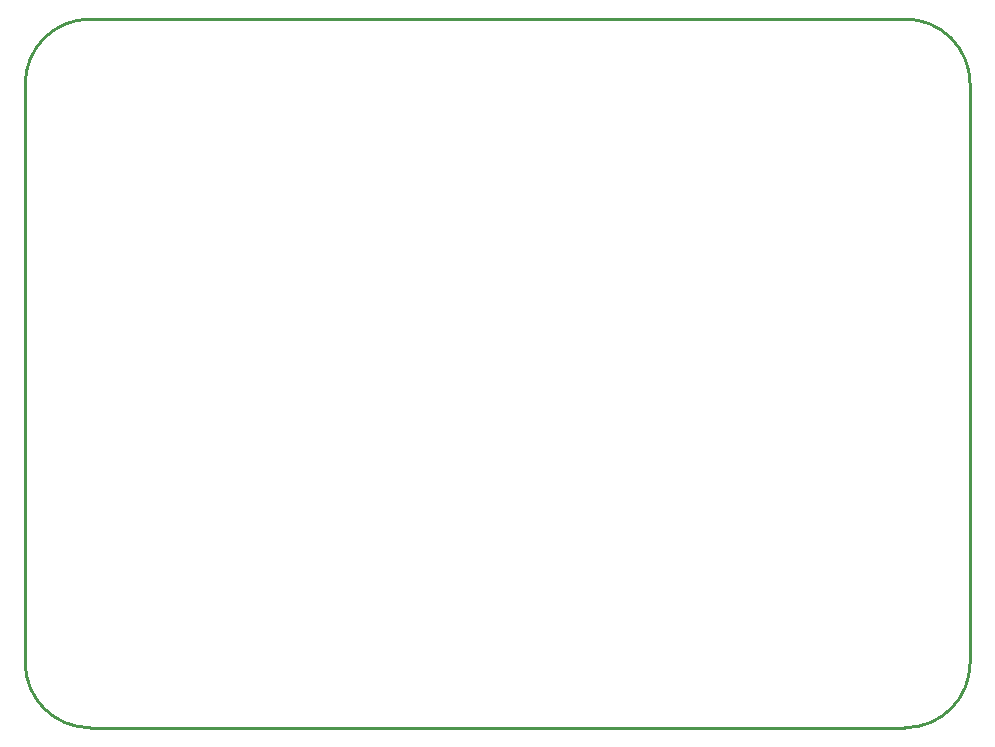
<source format=gbr>
%TF.GenerationSoftware,Altium Limited,Altium Designer,22.5.1 (42)*%
G04 Layer_Color=16711935*
%FSLAX44Y44*%
%MOMM*%
%TF.SameCoordinates,7B58D917-D16F-4CFB-9619-50DAC3371BF8*%
%TF.FilePolarity,Positive*%
%TF.FileFunction,Other,Mechanical_1*%
%TF.Part,Single*%
G01*
G75*
%TA.AperFunction,NonConductor*%
%ADD96C,0.2540*%
D96*
X345000Y-300000D02*
G03*
X400000Y-245000I0J55000D01*
G01*
X-400000D02*
G03*
X-345000Y-300000I55000J-0D01*
G01*
X400000Y245000D02*
G03*
X345000Y300000I-55000J0D01*
G01*
X-345000D02*
G03*
X-400000Y245000I0J-55000D01*
G01*
X-345000Y300000D02*
X345000D01*
X400000Y-245000D02*
Y245000D01*
X-345000Y-300000D02*
X345000D01*
X-400000Y-245000D02*
Y245000D01*
%TF.MD5,fb8103f817c4ede95cc03a8808bcf177*%
M02*

</source>
